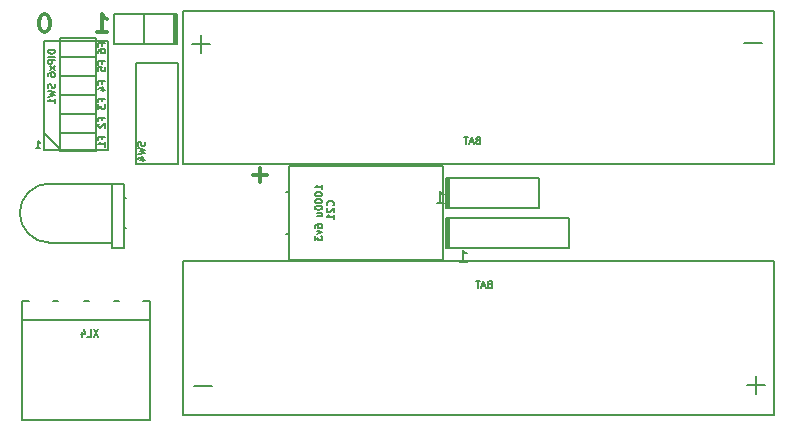
<source format=gbo>
G04 #@! TF.FileFunction,Legend,Bot*
%FSLAX46Y46*%
G04 Gerber Fmt 4.6, Leading zero omitted, Abs format (unit mm)*
G04 Created by KiCad (PCBNEW 4.0.1-stable) date 24.01.2016 23:52:11*
%MOMM*%
G01*
G04 APERTURE LIST*
%ADD10C,0.100000*%
%ADD11C,0.300000*%
%ADD12C,0.150000*%
%ADD13C,0.200000*%
G04 APERTURE END LIST*
D10*
D11*
X97699999Y-92678571D02*
X98557142Y-92678571D01*
X98128570Y-92678571D02*
X98128570Y-91178571D01*
X98271427Y-91392857D01*
X98414285Y-91535714D01*
X98557142Y-91607143D01*
X93342857Y-91178571D02*
X93200000Y-91178571D01*
X93057143Y-91250000D01*
X92985714Y-91321429D01*
X92914285Y-91464286D01*
X92842857Y-91750000D01*
X92842857Y-92107143D01*
X92914285Y-92392857D01*
X92985714Y-92535714D01*
X93057143Y-92607143D01*
X93200000Y-92678571D01*
X93342857Y-92678571D01*
X93485714Y-92607143D01*
X93557143Y-92535714D01*
X93628571Y-92392857D01*
X93700000Y-92107143D01*
X93700000Y-91750000D01*
X93628571Y-91464286D01*
X93557143Y-91321429D01*
X93485714Y-91250000D01*
X93342857Y-91178571D01*
D12*
X101730000Y-93670000D02*
X101730000Y-91130000D01*
X104524000Y-93670000D02*
X99190000Y-93670000D01*
X99190000Y-93670000D02*
X99190000Y-91130000D01*
X99190000Y-91130000D02*
X104524000Y-91130000D01*
X104524000Y-91130000D02*
X104524000Y-93670000D01*
X104524000Y-93670000D02*
X104397000Y-93670000D01*
X104397000Y-93670000D02*
X104397000Y-91130000D01*
X104397000Y-91130000D02*
X104270000Y-91130000D01*
X104270000Y-91130000D02*
X104270000Y-93670000D01*
X97600000Y-102000000D02*
X97600000Y-101200000D01*
X97600000Y-101200000D02*
X94600000Y-101200000D01*
X94600000Y-101200000D02*
X94600000Y-102800000D01*
X94600000Y-102800000D02*
X97600000Y-102800000D01*
X97600000Y-102800000D02*
X97600000Y-102000000D01*
X97600000Y-100400000D02*
X97600000Y-99600000D01*
X97600000Y-99600000D02*
X94600000Y-99600000D01*
X94600000Y-99600000D02*
X94600000Y-101200000D01*
X94600000Y-101200000D02*
X97600000Y-101200000D01*
X97600000Y-101200000D02*
X97600000Y-100400000D01*
X97600000Y-98800000D02*
X97600000Y-98000000D01*
X97600000Y-98000000D02*
X94600000Y-98000000D01*
X94600000Y-98000000D02*
X94600000Y-99600000D01*
X94600000Y-99600000D02*
X97600000Y-99600000D01*
X97600000Y-99600000D02*
X97600000Y-98800000D01*
X97600000Y-97200000D02*
X97600000Y-96400000D01*
X97600000Y-96400000D02*
X94600000Y-96400000D01*
X94600000Y-96400000D02*
X94600000Y-98000000D01*
X94600000Y-98000000D02*
X97600000Y-98000000D01*
X97600000Y-98000000D02*
X97600000Y-97200000D01*
X101000000Y-103900000D02*
X104600000Y-103900000D01*
X104600000Y-103900000D02*
X104600000Y-95300000D01*
X104600000Y-95300000D02*
X101000000Y-95300000D01*
X101000000Y-95300000D02*
X101000000Y-103900000D01*
X97600000Y-95600000D02*
X97600000Y-94800000D01*
X97600000Y-94800000D02*
X94600000Y-94800000D01*
X94600000Y-94800000D02*
X94600000Y-96400000D01*
X94600000Y-96400000D02*
X97600000Y-96400000D01*
X97600000Y-96400000D02*
X97600000Y-95600000D01*
X97600000Y-94000000D02*
X97600000Y-93200000D01*
X97600000Y-93200000D02*
X94600000Y-93200000D01*
X94600000Y-93200000D02*
X94600000Y-94800000D01*
X94600000Y-94800000D02*
X97600000Y-94800000D01*
X97600000Y-94800000D02*
X97600000Y-94000000D01*
D13*
X93242000Y-101245000D02*
X94642000Y-102645000D01*
X93242000Y-102655000D02*
X98642000Y-102655000D01*
X98642000Y-102655000D02*
X98642000Y-93435000D01*
X98642000Y-93435000D02*
X93242000Y-93435000D01*
X93242000Y-93435000D02*
X93242000Y-102655000D01*
D12*
X155000000Y-103900000D02*
X155000000Y-90900000D01*
X155000000Y-90900000D02*
X105000000Y-90900000D01*
X105000000Y-90900000D02*
X105000000Y-103900000D01*
X105000000Y-103900000D02*
X155000000Y-103900000D01*
X105000000Y-112100000D02*
X105000000Y-125100000D01*
X105000000Y-125100000D02*
X155000000Y-125100000D01*
X155000000Y-125100000D02*
X155000000Y-112100000D01*
X155000000Y-112100000D02*
X105000000Y-112100000D01*
X114000000Y-108000000D02*
X114000000Y-112000000D01*
X114000000Y-112000000D02*
X127000000Y-112000000D01*
X127000000Y-112000000D02*
X127000000Y-104000000D01*
X127000000Y-104000000D02*
X114000000Y-104000000D01*
X114000000Y-104000000D02*
X114000000Y-108000000D01*
X113750000Y-109750000D02*
X114000000Y-109750000D01*
X114000000Y-106250000D02*
X113750000Y-106250000D01*
D13*
X102200040Y-117100200D02*
X102200040Y-125499980D01*
X102200040Y-125499980D02*
X91399960Y-125499980D01*
X91399960Y-125499980D02*
X91399960Y-117100200D01*
X94000920Y-115500000D02*
X94399700Y-115500000D01*
X97000660Y-115500000D02*
X96599340Y-115500000D01*
X99599080Y-115500000D02*
X99200300Y-115500000D01*
X102200040Y-115500000D02*
X101600600Y-115500000D01*
X102200040Y-115500000D02*
X102200040Y-117100200D01*
X102200040Y-117100200D02*
X91399960Y-117100200D01*
X91399960Y-117100200D02*
X91399960Y-115500000D01*
X91399960Y-115500000D02*
X91999400Y-115500000D01*
D12*
X127403000Y-105030000D02*
X127530000Y-105030000D01*
X127276000Y-107570000D02*
X127403000Y-107570000D01*
X127530000Y-107570000D02*
X135150000Y-107570000D01*
X135150000Y-105030000D02*
X127530000Y-105030000D01*
X135150000Y-105030000D02*
X135150000Y-107570000D01*
X127276000Y-107570000D02*
X127276000Y-105030000D01*
X127276000Y-105030000D02*
X127403000Y-105030000D01*
X127403000Y-105030000D02*
X127403000Y-107570000D01*
X127403000Y-107570000D02*
X127530000Y-107570000D01*
X127530000Y-107570000D02*
X127530000Y-105030000D01*
X127276000Y-108430000D02*
X137690000Y-108430000D01*
X137690000Y-108430000D02*
X137690000Y-110970000D01*
X137690000Y-110970000D02*
X127276000Y-110970000D01*
X127276000Y-110970000D02*
X127276000Y-108430000D01*
X127276000Y-108430000D02*
X127403000Y-108430000D01*
X127403000Y-108430000D02*
X127403000Y-110970000D01*
X127403000Y-110970000D02*
X127530000Y-110970000D01*
X127530000Y-110970000D02*
X127530000Y-108430000D01*
X99981000Y-106715000D02*
X100181000Y-106715000D01*
X99981000Y-109315000D02*
X100181000Y-109315000D01*
X98981000Y-110515000D02*
X98981000Y-111015000D01*
X98981000Y-111015000D02*
X99981000Y-111015000D01*
X99981000Y-111015000D02*
X99981000Y-105515000D01*
X99981000Y-105515000D02*
X98981000Y-105515000D01*
X93681000Y-110515000D02*
X98981000Y-110515000D01*
X98981000Y-110515000D02*
X98981000Y-105515000D01*
X98981000Y-105515000D02*
X93681000Y-105515000D01*
X91181000Y-108015000D02*
G75*
G03X93681000Y-110515000I2500000J0D01*
G01*
X93681000Y-105515000D02*
G75*
G03X91181000Y-108015000I0J-2500000D01*
G01*
X98114743Y-101754700D02*
X98114743Y-101554700D01*
X98429029Y-101554700D02*
X97829029Y-101554700D01*
X97829029Y-101840414D01*
X98429029Y-102383272D02*
X98429029Y-102040415D01*
X98429029Y-102211843D02*
X97829029Y-102211843D01*
X97914743Y-102154700D01*
X97971886Y-102097558D01*
X98000457Y-102040415D01*
X98114743Y-100154700D02*
X98114743Y-99954700D01*
X98429029Y-99954700D02*
X97829029Y-99954700D01*
X97829029Y-100240414D01*
X97886171Y-100440415D02*
X97857600Y-100468986D01*
X97829029Y-100526129D01*
X97829029Y-100668986D01*
X97857600Y-100726129D01*
X97886171Y-100754700D01*
X97943314Y-100783272D01*
X98000457Y-100783272D01*
X98086171Y-100754700D01*
X98429029Y-100411843D01*
X98429029Y-100783272D01*
X98114743Y-98555000D02*
X98114743Y-98355000D01*
X98429029Y-98355000D02*
X97829029Y-98355000D01*
X97829029Y-98640714D01*
X97829029Y-98812143D02*
X97829029Y-99183572D01*
X98057600Y-98983572D01*
X98057600Y-99069286D01*
X98086171Y-99126429D01*
X98114743Y-99155000D01*
X98171886Y-99183572D01*
X98314743Y-99183572D01*
X98371886Y-99155000D01*
X98400457Y-99126429D01*
X98429029Y-99069286D01*
X98429029Y-98897858D01*
X98400457Y-98840715D01*
X98371886Y-98812143D01*
X98114743Y-97055000D02*
X98114743Y-96855000D01*
X98429029Y-96855000D02*
X97829029Y-96855000D01*
X97829029Y-97140714D01*
X98029029Y-97626429D02*
X98429029Y-97626429D01*
X97800457Y-97483572D02*
X98229029Y-97340715D01*
X98229029Y-97712143D01*
X101742857Y-102000000D02*
X101771429Y-102085714D01*
X101771429Y-102228571D01*
X101742857Y-102285714D01*
X101714286Y-102314285D01*
X101657143Y-102342857D01*
X101600000Y-102342857D01*
X101542857Y-102314285D01*
X101514286Y-102285714D01*
X101485714Y-102228571D01*
X101457143Y-102114285D01*
X101428571Y-102057143D01*
X101400000Y-102028571D01*
X101342857Y-102000000D01*
X101285714Y-102000000D01*
X101228571Y-102028571D01*
X101200000Y-102057143D01*
X101171429Y-102114285D01*
X101171429Y-102257143D01*
X101200000Y-102342857D01*
X101171429Y-102542857D02*
X101771429Y-102685714D01*
X101342857Y-102800000D01*
X101771429Y-102914286D01*
X101171429Y-103057143D01*
X101371429Y-103542857D02*
X101771429Y-103542857D01*
X101142857Y-103400000D02*
X101571429Y-103257143D01*
X101571429Y-103628571D01*
X98114743Y-95355000D02*
X98114743Y-95155000D01*
X98429029Y-95155000D02*
X97829029Y-95155000D01*
X97829029Y-95440714D01*
X97829029Y-95955000D02*
X97829029Y-95669286D01*
X98114743Y-95640715D01*
X98086171Y-95669286D01*
X98057600Y-95726429D01*
X98057600Y-95869286D01*
X98086171Y-95926429D01*
X98114743Y-95955000D01*
X98171886Y-95983572D01*
X98314743Y-95983572D01*
X98371886Y-95955000D01*
X98400457Y-95926429D01*
X98429029Y-95869286D01*
X98429029Y-95726429D01*
X98400457Y-95669286D01*
X98371886Y-95640715D01*
X98114743Y-93855000D02*
X98114743Y-93655000D01*
X98429029Y-93655000D02*
X97829029Y-93655000D01*
X97829029Y-93940714D01*
X97829029Y-94426429D02*
X97829029Y-94312143D01*
X97857600Y-94255000D01*
X97886171Y-94226429D01*
X97971886Y-94169286D01*
X98086171Y-94140715D01*
X98314743Y-94140715D01*
X98371886Y-94169286D01*
X98400457Y-94197858D01*
X98429029Y-94255000D01*
X98429029Y-94369286D01*
X98400457Y-94426429D01*
X98371886Y-94455000D01*
X98314743Y-94483572D01*
X98171886Y-94483572D01*
X98114743Y-94455000D01*
X98086171Y-94426429D01*
X98057600Y-94369286D01*
X98057600Y-94255000D01*
X98086171Y-94197858D01*
X98114743Y-94169286D01*
X98171886Y-94140715D01*
X94142857Y-97100000D02*
X94171429Y-97185714D01*
X94171429Y-97328571D01*
X94142857Y-97385714D01*
X94114286Y-97414285D01*
X94057143Y-97442857D01*
X94000000Y-97442857D01*
X93942857Y-97414285D01*
X93914286Y-97385714D01*
X93885714Y-97328571D01*
X93857143Y-97214285D01*
X93828571Y-97157143D01*
X93800000Y-97128571D01*
X93742857Y-97100000D01*
X93685714Y-97100000D01*
X93628571Y-97128571D01*
X93600000Y-97157143D01*
X93571429Y-97214285D01*
X93571429Y-97357143D01*
X93600000Y-97442857D01*
X93571429Y-97642857D02*
X94171429Y-97785714D01*
X93742857Y-97900000D01*
X94171429Y-98014286D01*
X93571429Y-98157143D01*
X94171429Y-98700000D02*
X94171429Y-98357143D01*
X94171429Y-98528571D02*
X93571429Y-98528571D01*
X93657143Y-98471428D01*
X93714286Y-98414286D01*
X93742857Y-98357143D01*
X94171029Y-94171429D02*
X93571029Y-94171429D01*
X93571029Y-94314286D01*
X93599600Y-94400001D01*
X93656743Y-94457143D01*
X93713886Y-94485715D01*
X93828171Y-94514286D01*
X93913886Y-94514286D01*
X94028171Y-94485715D01*
X94085314Y-94457143D01*
X94142457Y-94400001D01*
X94171029Y-94314286D01*
X94171029Y-94171429D01*
X94171029Y-94771429D02*
X93571029Y-94771429D01*
X94171029Y-95057143D02*
X93571029Y-95057143D01*
X93571029Y-95285715D01*
X93599600Y-95342857D01*
X93628171Y-95371429D01*
X93685314Y-95400000D01*
X93771029Y-95400000D01*
X93828171Y-95371429D01*
X93856743Y-95342857D01*
X93885314Y-95285715D01*
X93885314Y-95057143D01*
X94171029Y-95600000D02*
X93771029Y-95914286D01*
X93771029Y-95600000D02*
X94171029Y-95914286D01*
X93571029Y-96400000D02*
X93571029Y-96285714D01*
X93599600Y-96228571D01*
X93628171Y-96200000D01*
X93713886Y-96142857D01*
X93828171Y-96114286D01*
X94056743Y-96114286D01*
X94113886Y-96142857D01*
X94142457Y-96171429D01*
X94171029Y-96228571D01*
X94171029Y-96342857D01*
X94142457Y-96400000D01*
X94113886Y-96428571D01*
X94056743Y-96457143D01*
X93913886Y-96457143D01*
X93856743Y-96428571D01*
X93828171Y-96400000D01*
X93799600Y-96342857D01*
X93799600Y-96228571D01*
X93828171Y-96171429D01*
X93856743Y-96142857D01*
X93913886Y-96114286D01*
X92570571Y-102516429D02*
X92913428Y-102516429D01*
X92742000Y-102516429D02*
X92742000Y-101916429D01*
X92799143Y-102002143D01*
X92856285Y-102059286D01*
X92913428Y-102087857D01*
X129942477Y-101858023D02*
X129856763Y-101886594D01*
X129828191Y-101915166D01*
X129799620Y-101972309D01*
X129799620Y-102058023D01*
X129828191Y-102115166D01*
X129856763Y-102143737D01*
X129913905Y-102172309D01*
X130142477Y-102172309D01*
X130142477Y-101572309D01*
X129942477Y-101572309D01*
X129885334Y-101600880D01*
X129856763Y-101629451D01*
X129828191Y-101686594D01*
X129828191Y-101743737D01*
X129856763Y-101800880D01*
X129885334Y-101829451D01*
X129942477Y-101858023D01*
X130142477Y-101858023D01*
X129571048Y-102000880D02*
X129285334Y-102000880D01*
X129628191Y-102172309D02*
X129428191Y-101572309D01*
X129228191Y-102172309D01*
X129113905Y-101572309D02*
X128771048Y-101572309D01*
X128942477Y-102172309D02*
X128942477Y-101572309D01*
X154061905Y-93642857D02*
X152538095Y-93642857D01*
X107261905Y-93742857D02*
X105738095Y-93742857D01*
X106500000Y-94504762D02*
X106500000Y-92980952D01*
X130943237Y-114056263D02*
X130857523Y-114084834D01*
X130828951Y-114113406D01*
X130800380Y-114170549D01*
X130800380Y-114256263D01*
X130828951Y-114313406D01*
X130857523Y-114341977D01*
X130914665Y-114370549D01*
X131143237Y-114370549D01*
X131143237Y-113770549D01*
X130943237Y-113770549D01*
X130886094Y-113799120D01*
X130857523Y-113827691D01*
X130828951Y-113884834D01*
X130828951Y-113941977D01*
X130857523Y-113999120D01*
X130886094Y-114027691D01*
X130943237Y-114056263D01*
X131143237Y-114056263D01*
X130571808Y-114199120D02*
X130286094Y-114199120D01*
X130628951Y-114370549D02*
X130428951Y-113770549D01*
X130228951Y-114370549D01*
X130114665Y-113770549D02*
X129771808Y-113770549D01*
X129943237Y-114370549D02*
X129943237Y-113770549D01*
X107461905Y-122642857D02*
X105938095Y-122642857D01*
X154261905Y-122542857D02*
X152738095Y-122542857D01*
X153500000Y-123304762D02*
X153500000Y-121780952D01*
X117714286Y-107364285D02*
X117742857Y-107335714D01*
X117771429Y-107250000D01*
X117771429Y-107192857D01*
X117742857Y-107107142D01*
X117685714Y-107050000D01*
X117628571Y-107021428D01*
X117514286Y-106992857D01*
X117428571Y-106992857D01*
X117314286Y-107021428D01*
X117257143Y-107050000D01*
X117200000Y-107107142D01*
X117171429Y-107192857D01*
X117171429Y-107250000D01*
X117200000Y-107335714D01*
X117228571Y-107364285D01*
X117228571Y-107592857D02*
X117200000Y-107621428D01*
X117171429Y-107678571D01*
X117171429Y-107821428D01*
X117200000Y-107878571D01*
X117228571Y-107907142D01*
X117285714Y-107935714D01*
X117342857Y-107935714D01*
X117428571Y-107907142D01*
X117771429Y-107564285D01*
X117771429Y-107935714D01*
X117771429Y-108507143D02*
X117771429Y-108164286D01*
X117771429Y-108335714D02*
X117171429Y-108335714D01*
X117257143Y-108278571D01*
X117314286Y-108221429D01*
X117342857Y-108164286D01*
X116771429Y-106014285D02*
X116771429Y-105671428D01*
X116771429Y-105842856D02*
X116171429Y-105842856D01*
X116257143Y-105785713D01*
X116314286Y-105728571D01*
X116342857Y-105671428D01*
X116171429Y-106385714D02*
X116171429Y-106442857D01*
X116200000Y-106500000D01*
X116228571Y-106528571D01*
X116285714Y-106557142D01*
X116400000Y-106585714D01*
X116542857Y-106585714D01*
X116657143Y-106557142D01*
X116714286Y-106528571D01*
X116742857Y-106500000D01*
X116771429Y-106442857D01*
X116771429Y-106385714D01*
X116742857Y-106328571D01*
X116714286Y-106300000D01*
X116657143Y-106271428D01*
X116542857Y-106242857D01*
X116400000Y-106242857D01*
X116285714Y-106271428D01*
X116228571Y-106300000D01*
X116200000Y-106328571D01*
X116171429Y-106385714D01*
X116171429Y-106957143D02*
X116171429Y-107014286D01*
X116200000Y-107071429D01*
X116228571Y-107100000D01*
X116285714Y-107128571D01*
X116400000Y-107157143D01*
X116542857Y-107157143D01*
X116657143Y-107128571D01*
X116714286Y-107100000D01*
X116742857Y-107071429D01*
X116771429Y-107014286D01*
X116771429Y-106957143D01*
X116742857Y-106900000D01*
X116714286Y-106871429D01*
X116657143Y-106842857D01*
X116542857Y-106814286D01*
X116400000Y-106814286D01*
X116285714Y-106842857D01*
X116228571Y-106871429D01*
X116200000Y-106900000D01*
X116171429Y-106957143D01*
X116171429Y-107528572D02*
X116171429Y-107585715D01*
X116200000Y-107642858D01*
X116228571Y-107671429D01*
X116285714Y-107700000D01*
X116400000Y-107728572D01*
X116542857Y-107728572D01*
X116657143Y-107700000D01*
X116714286Y-107671429D01*
X116742857Y-107642858D01*
X116771429Y-107585715D01*
X116771429Y-107528572D01*
X116742857Y-107471429D01*
X116714286Y-107442858D01*
X116657143Y-107414286D01*
X116542857Y-107385715D01*
X116400000Y-107385715D01*
X116285714Y-107414286D01*
X116228571Y-107442858D01*
X116200000Y-107471429D01*
X116171429Y-107528572D01*
X116371429Y-108242858D02*
X116771429Y-108242858D01*
X116371429Y-107985715D02*
X116685714Y-107985715D01*
X116742857Y-108014287D01*
X116771429Y-108071429D01*
X116771429Y-108157144D01*
X116742857Y-108214287D01*
X116714286Y-108242858D01*
X116171429Y-109242858D02*
X116171429Y-109128572D01*
X116200000Y-109071429D01*
X116228571Y-109042858D01*
X116314286Y-108985715D01*
X116428571Y-108957144D01*
X116657143Y-108957144D01*
X116714286Y-108985715D01*
X116742857Y-109014287D01*
X116771429Y-109071429D01*
X116771429Y-109185715D01*
X116742857Y-109242858D01*
X116714286Y-109271429D01*
X116657143Y-109300001D01*
X116514286Y-109300001D01*
X116457143Y-109271429D01*
X116428571Y-109242858D01*
X116400000Y-109185715D01*
X116400000Y-109071429D01*
X116428571Y-109014287D01*
X116457143Y-108985715D01*
X116514286Y-108957144D01*
X116371429Y-109500001D02*
X116771429Y-109642858D01*
X116371429Y-109785716D01*
X116171429Y-109957144D02*
X116171429Y-110328573D01*
X116400000Y-110128573D01*
X116400000Y-110214287D01*
X116428571Y-110271430D01*
X116457143Y-110300001D01*
X116514286Y-110328573D01*
X116657143Y-110328573D01*
X116714286Y-110300001D01*
X116742857Y-110271430D01*
X116771429Y-110214287D01*
X116771429Y-110042859D01*
X116742857Y-109985716D01*
X116714286Y-109957144D01*
D11*
X111507143Y-104228572D02*
X111507143Y-105371429D01*
X112078571Y-104800000D02*
X110935714Y-104800000D01*
D12*
X97828572Y-117871429D02*
X97428572Y-118471429D01*
X97428572Y-117871429D02*
X97828572Y-118471429D01*
X96914286Y-118471429D02*
X97200000Y-118471429D01*
X97200000Y-117871429D01*
X96457143Y-118071429D02*
X96457143Y-118471429D01*
X96600000Y-117842857D02*
X96742857Y-118271429D01*
X96371429Y-118271429D01*
X126494285Y-107152381D02*
X127065714Y-107152381D01*
X126780000Y-107152381D02*
X126780000Y-106152381D01*
X126875238Y-106295238D01*
X126970476Y-106390476D01*
X127065714Y-106438095D01*
X128434285Y-112152381D02*
X129005714Y-112152381D01*
X128720000Y-112152381D02*
X128720000Y-111152381D01*
X128815238Y-111295238D01*
X128910476Y-111390476D01*
X129005714Y-111438095D01*
M02*

</source>
